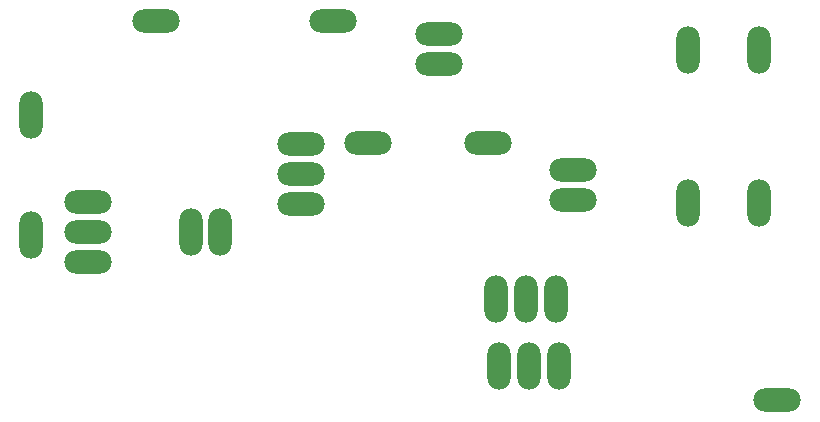
<source format=gbr>
%TF.GenerationSoftware,KiCad,Pcbnew,(6.0.7)*%
%TF.CreationDate,2023-01-18T15:46:22-05:00*%
%TF.ProjectId,Mosfet Test PCB,4d6f7366-6574-4205-9465-737420504342,rev?*%
%TF.SameCoordinates,Original*%
%TF.FileFunction,Copper,L2,Bot*%
%TF.FilePolarity,Positive*%
%FSLAX46Y46*%
G04 Gerber Fmt 4.6, Leading zero omitted, Abs format (unit mm)*
G04 Created by KiCad (PCBNEW (6.0.7)) date 2023-01-18 15:46:22*
%MOMM*%
%LPD*%
G01*
G04 APERTURE LIST*
%TA.AperFunction,ComponentPad*%
%ADD10O,4.000000X2.000000*%
%TD*%
%TA.AperFunction,ComponentPad*%
%ADD11O,2.000000X4.000000*%
%TD*%
G04 APERTURE END LIST*
D10*
%TO.P,TP1,1,1*%
%TO.N,Net-(C7-Pad2)*%
X135001000Y-90360500D03*
%TD*%
%TO.P,RV1,1,1*%
%TO.N,GND*%
X94742000Y-73733500D03*
%TO.P,RV1,2,2*%
%TO.N,Net-(C5-Pad1)*%
X94742000Y-71193500D03*
%TO.P,RV1,3,3*%
%TO.N,Net-(C10-Pad1)*%
X94742000Y-68653500D03*
%TD*%
%TO.P,L1,1,1*%
%TO.N,TX12V*%
X82416000Y-58293000D03*
%TO.P,L1,2,2*%
%TO.N,M2_12V*%
X97416000Y-58293000D03*
%TD*%
%TO.P,D1,1,K*%
%TO.N,Net-(C10-Pad1)*%
X100393500Y-68580000D03*
%TO.P,D1,2,A*%
%TO.N,GND*%
X110553500Y-68580000D03*
%TD*%
D11*
%TO.P,Q1,3*%
%TO.N,Net-(J2-Pad2)*%
X111252000Y-81788000D03*
%TO.P,Q1,2*%
%TO.N,GND*%
X113792000Y-81788000D03*
%TO.P,Q1,1*%
%TO.N,Net-(C7-Pad2)*%
X116332000Y-81788000D03*
%TD*%
%TO.P,D3,1,K*%
%TO.N,TX12V*%
X71882000Y-66230500D03*
%TO.P,D3,2,A*%
%TO.N,Net-(D3-Pad2)*%
X71882000Y-76390500D03*
%TD*%
D10*
%TO.P,J4,1,Pin_1*%
%TO.N,GND*%
X76708000Y-78676500D03*
%TO.P,J4,2,Pin_2*%
%TO.N,Net-(D3-Pad2)*%
X76708000Y-76136500D03*
%TO.P,J4,3,Pin_3*%
%TO.N,GND*%
X76708000Y-73596500D03*
%TD*%
D11*
%TO.P,Q2,1*%
%TO.N,GND*%
X111442500Y-87439500D03*
%TO.P,Q2,2*%
%TO.N,Net-(J2-Pad2)*%
X113982500Y-87439500D03*
%TO.P,Q2,3*%
%TO.N,Net-(C7-Pad2)*%
X116522500Y-87439500D03*
%TD*%
%TO.P,T1,1,AA*%
%TO.N,M2_12V*%
X127492500Y-60683000D03*
%TO.P,T1,2,AB*%
%TO.N,Net-(J2-Pad1)*%
X127492500Y-73683000D03*
%TO.P,T1,3,SB*%
%TO.N,GND*%
X133492500Y-60683000D03*
%TO.P,T1,4,SA*%
%TO.N,Net-(C9-Pad1)*%
X133492500Y-73683000D03*
%TD*%
D10*
%TO.P,C2,2*%
%TO.N,GND*%
X106426000Y-61862849D03*
%TO.P,C2,1*%
%TO.N,M2_12V*%
X106426000Y-59362849D03*
%TD*%
%TO.P,J2,1,Pin_1*%
%TO.N,Net-(J2-Pad1)*%
X117729000Y-70861000D03*
%TO.P,J2,2,Pin_2*%
%TO.N,Net-(J2-Pad2)*%
X117729000Y-73401000D03*
%TD*%
D11*
%TO.P,C10,2*%
%TO.N,GND*%
X85384000Y-76136500D03*
%TO.P,C10,1*%
%TO.N,Net-(C10-Pad1)*%
X87884000Y-76136500D03*
%TD*%
M02*

</source>
